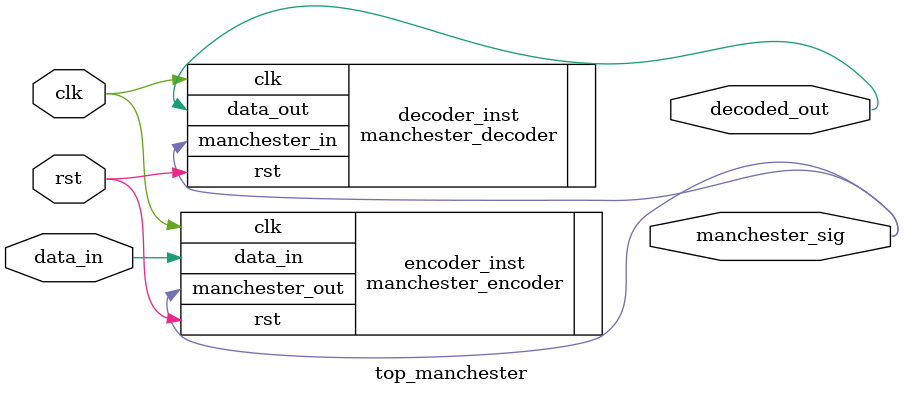
<source format=v>

module top_manchester (
    input  wire clk,
    input  wire rst,
    input  wire data_in,
    output wire manchester_sig,
    output wire decoded_out
);

    // Instantiate Encoder
    manchester_encoder encoder_inst (
        .clk(clk),
        .rst(rst),
        .data_in(data_in),
        .manchester_out(manchester_sig)
    );

    // Instantiate Decoder
    manchester_decoder decoder_inst (
        .clk(clk),
        .rst(rst),
        .manchester_in(manchester_sig),
        .data_out(decoded_out)
    );

endmodule

</source>
